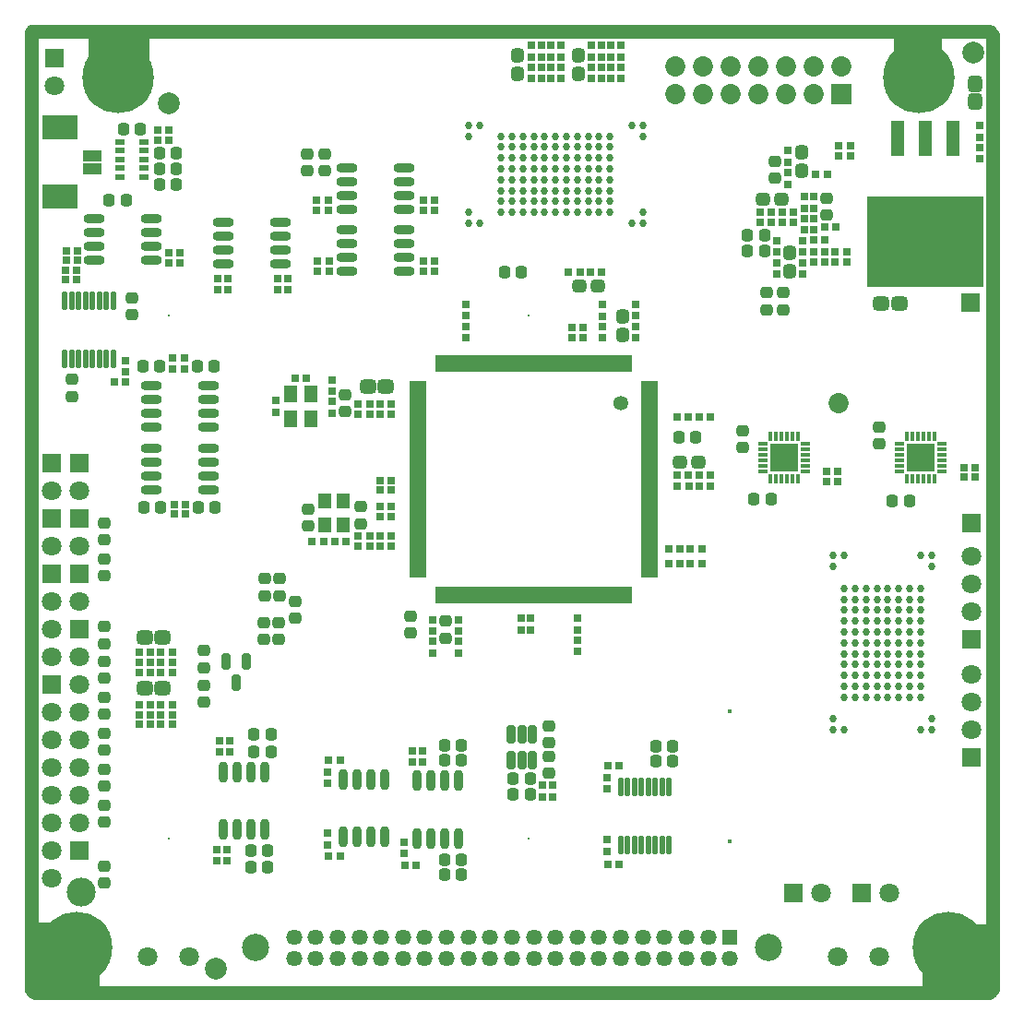
<source format=gbr>
G04*
G04 #@! TF.GenerationSoftware,Altium Limited,Altium Designer,24.9.1 (31)*
G04*
G04 Layer_Color=16711935*
%FSLAX44Y44*%
%MOMM*%
G71*
G04*
G04 #@! TF.SameCoordinates,71836318-DDD3-4581-AD3B-DFE8F42F7339*
G04*
G04*
G04 #@! TF.FilePolarity,Negative*
G04*
G01*
G75*
%ADD54C,1.3000*%
%ADD55R,5.5478X2.9001*%
%ADD57R,6.8000X6.4000*%
%ADD58R,6.5000X6.7000*%
G04:AMPARAMS|DCode=59|XSize=1.1532mm|YSize=1.0532mm|CornerRadius=0.3141mm|HoleSize=0mm|Usage=FLASHONLY|Rotation=90.000|XOffset=0mm|YOffset=0mm|HoleType=Round|Shape=RoundedRectangle|*
%AMROUNDEDRECTD59*
21,1,1.1532,0.4250,0,0,90.0*
21,1,0.5250,1.0532,0,0,90.0*
1,1,0.6282,0.2125,0.2625*
1,1,0.6282,0.2125,-0.2625*
1,1,0.6282,-0.2125,-0.2625*
1,1,0.6282,-0.2125,0.2625*
%
%ADD59ROUNDEDRECTD59*%
G04:AMPARAMS|DCode=60|XSize=1.3032mm|YSize=1.2032mm|CornerRadius=0.3516mm|HoleSize=0mm|Usage=FLASHONLY|Rotation=270.000|XOffset=0mm|YOffset=0mm|HoleType=Round|Shape=RoundedRectangle|*
%AMROUNDEDRECTD60*
21,1,1.3032,0.5000,0,0,270.0*
21,1,0.6000,1.2032,0,0,270.0*
1,1,0.7032,-0.2500,-0.3000*
1,1,0.7032,-0.2500,0.3000*
1,1,0.7032,0.2500,0.3000*
1,1,0.7032,0.2500,-0.3000*
%
%ADD60ROUNDEDRECTD60*%
G04:AMPARAMS|DCode=61|XSize=0.75mm|YSize=0.7mm|CornerRadius=0.2mm|HoleSize=0mm|Usage=FLASHONLY|Rotation=180.000|XOffset=0mm|YOffset=0mm|HoleType=Round|Shape=RoundedRectangle|*
%AMROUNDEDRECTD61*
21,1,0.7500,0.3000,0,0,180.0*
21,1,0.3500,0.7000,0,0,180.0*
1,1,0.4000,-0.1750,0.1500*
1,1,0.4000,0.1750,0.1500*
1,1,0.4000,0.1750,-0.1500*
1,1,0.4000,-0.1750,-0.1500*
%
%ADD61ROUNDEDRECTD61*%
G04:AMPARAMS|DCode=62|XSize=0.75mm|YSize=0.7mm|CornerRadius=0.2mm|HoleSize=0mm|Usage=FLASHONLY|Rotation=270.000|XOffset=0mm|YOffset=0mm|HoleType=Round|Shape=RoundedRectangle|*
%AMROUNDEDRECTD62*
21,1,0.7500,0.3000,0,0,270.0*
21,1,0.3500,0.7000,0,0,270.0*
1,1,0.4000,-0.1500,-0.1750*
1,1,0.4000,-0.1500,0.1750*
1,1,0.4000,0.1500,0.1750*
1,1,0.4000,0.1500,-0.1750*
%
%ADD62ROUNDEDRECTD62*%
%ADD63R,1.1532X1.4032*%
G04:AMPARAMS|DCode=64|XSize=1.8432mm|YSize=0.7932mm|CornerRadius=0.2491mm|HoleSize=0mm|Usage=FLASHONLY|Rotation=0.000|XOffset=0mm|YOffset=0mm|HoleType=Round|Shape=RoundedRectangle|*
%AMROUNDEDRECTD64*
21,1,1.8432,0.2950,0,0,0.0*
21,1,1.3450,0.7932,0,0,0.0*
1,1,0.4982,0.6725,-0.1475*
1,1,0.4982,-0.6725,-0.1475*
1,1,0.4982,-0.6725,0.1475*
1,1,0.4982,0.6725,0.1475*
%
%ADD64ROUNDEDRECTD64*%
G04:AMPARAMS|DCode=75|XSize=1.1532mm|YSize=1.0532mm|CornerRadius=0.3141mm|HoleSize=0mm|Usage=FLASHONLY|Rotation=180.000|XOffset=0mm|YOffset=0mm|HoleType=Round|Shape=RoundedRectangle|*
%AMROUNDEDRECTD75*
21,1,1.1532,0.4250,0,0,180.0*
21,1,0.5250,1.0532,0,0,180.0*
1,1,0.6282,-0.2625,0.2125*
1,1,0.6282,0.2625,0.2125*
1,1,0.6282,0.2625,-0.2125*
1,1,0.6282,-0.2625,-0.2125*
%
%ADD75ROUNDEDRECTD75*%
G04:AMPARAMS|DCode=90|XSize=1.3032mm|YSize=1.5032mm|CornerRadius=0.3516mm|HoleSize=0mm|Usage=FLASHONLY|Rotation=180.000|XOffset=0mm|YOffset=0mm|HoleType=Round|Shape=RoundedRectangle|*
%AMROUNDEDRECTD90*
21,1,1.3032,0.8000,0,0,180.0*
21,1,0.6000,1.5032,0,0,180.0*
1,1,0.7032,-0.3000,0.4000*
1,1,0.7032,0.3000,0.4000*
1,1,0.7032,0.3000,-0.4000*
1,1,0.7032,-0.3000,-0.4000*
%
%ADD90ROUNDEDRECTD90*%
%ADD91C,2.0000*%
%ADD92C,1.8034*%
%ADD93C,1.8032*%
%ADD94R,1.8032X1.8032*%
%ADD95C,2.6532*%
%ADD96R,1.8032X1.8032*%
%ADD97C,2.5032*%
%ADD98R,1.4612X1.4612*%
%ADD99C,1.4612*%
%ADD100C,1.3532*%
%ADD101C,1.8532*%
%ADD104R,1.8532X1.8532*%
%ADD105C,1.5240*%
%ADD106C,6.5532*%
%ADD107C,0.5000*%
%ADD140C,0.4000*%
%ADD167R,4.5138X2.7001*%
G04:AMPARAMS|DCode=168|XSize=1.7402mm|YSize=0.4956mm|CornerRadius=0.1589mm|HoleSize=0mm|Usage=FLASHONLY|Rotation=270.000|XOffset=0mm|YOffset=0mm|HoleType=Round|Shape=RoundedRectangle|*
%AMROUNDEDRECTD168*
21,1,1.7402,0.1778,0,0,270.0*
21,1,1.4224,0.4956,0,0,270.0*
1,1,0.3178,-0.0889,-0.7112*
1,1,0.3178,-0.0889,0.7112*
1,1,0.3178,0.0889,0.7112*
1,1,0.3178,0.0889,-0.7112*
%
%ADD168ROUNDEDRECTD168*%
G04:AMPARAMS|DCode=169|XSize=1.8432mm|YSize=0.7932mm|CornerRadius=0.2491mm|HoleSize=0mm|Usage=FLASHONLY|Rotation=270.000|XOffset=0mm|YOffset=0mm|HoleType=Round|Shape=RoundedRectangle|*
%AMROUNDEDRECTD169*
21,1,1.8432,0.2950,0,0,270.0*
21,1,1.3450,0.7932,0,0,270.0*
1,1,0.4982,-0.1475,-0.6725*
1,1,0.4982,-0.1475,0.6725*
1,1,0.4982,0.1475,0.6725*
1,1,0.4982,0.1475,-0.6725*
%
%ADD169ROUNDEDRECTD169*%
G04:AMPARAMS|DCode=170|XSize=1.3032mm|YSize=1.2032mm|CornerRadius=0.3516mm|HoleSize=0mm|Usage=FLASHONLY|Rotation=0.000|XOffset=0mm|YOffset=0mm|HoleType=Round|Shape=RoundedRectangle|*
%AMROUNDEDRECTD170*
21,1,1.3032,0.5000,0,0,0.0*
21,1,0.6000,1.2032,0,0,0.0*
1,1,0.7032,0.3000,-0.2500*
1,1,0.7032,-0.3000,-0.2500*
1,1,0.7032,-0.3000,0.2500*
1,1,0.7032,0.3000,0.2500*
%
%ADD170ROUNDEDRECTD170*%
%ADD171R,10.6532X8.3032*%
%ADD172R,1.2032X3.2032*%
%ADD173C,0.6932*%
G04:AMPARAMS|DCode=174|XSize=0.9mm|YSize=0.36mm|CornerRadius=0.115mm|HoleSize=0mm|Usage=FLASHONLY|Rotation=180.000|XOffset=0mm|YOffset=0mm|HoleType=Round|Shape=RoundedRectangle|*
%AMROUNDEDRECTD174*
21,1,0.9000,0.1300,0,0,180.0*
21,1,0.6700,0.3600,0,0,180.0*
1,1,0.2300,-0.3350,0.0650*
1,1,0.2300,0.3350,0.0650*
1,1,0.2300,0.3350,-0.0650*
1,1,0.2300,-0.3350,-0.0650*
%
%ADD174ROUNDEDRECTD174*%
G04:AMPARAMS|DCode=175|XSize=0.36mm|YSize=0.9mm|CornerRadius=0.115mm|HoleSize=0mm|Usage=FLASHONLY|Rotation=180.000|XOffset=0mm|YOffset=0mm|HoleType=Round|Shape=RoundedRectangle|*
%AMROUNDEDRECTD175*
21,1,0.3600,0.6700,0,0,180.0*
21,1,0.1300,0.9000,0,0,180.0*
1,1,0.2300,-0.0650,0.3350*
1,1,0.2300,0.0650,0.3350*
1,1,0.2300,0.0650,-0.3350*
1,1,0.2300,-0.0650,-0.3350*
%
%ADD175ROUNDEDRECTD175*%
%ADD176R,2.6532X2.6532*%
%ADD177R,0.9000X0.6000*%
G04:AMPARAMS|DCode=178|XSize=1.6532mm|YSize=0.7932mm|CornerRadius=0.1754mm|HoleSize=0mm|Usage=FLASHONLY|Rotation=90.000|XOffset=0mm|YOffset=0mm|HoleType=Round|Shape=RoundedRectangle|*
%AMROUNDEDRECTD178*
21,1,1.6532,0.4425,0,0,90.0*
21,1,1.3025,0.7932,0,0,90.0*
1,1,0.3507,0.2213,0.6513*
1,1,0.3507,0.2213,-0.6513*
1,1,0.3507,-0.2213,-0.6513*
1,1,0.3507,-0.2213,0.6513*
%
%ADD178ROUNDEDRECTD178*%
G04:AMPARAMS|DCode=179|XSize=0.5532mm|YSize=1.5532mm|CornerRadius=0.1891mm|HoleSize=0mm|Usage=FLASHONLY|Rotation=0.000|XOffset=0mm|YOffset=0mm|HoleType=Round|Shape=RoundedRectangle|*
%AMROUNDEDRECTD179*
21,1,0.5532,1.1750,0,0,0.0*
21,1,0.1750,1.5532,0,0,0.0*
1,1,0.3782,0.0875,-0.5875*
1,1,0.3782,-0.0875,-0.5875*
1,1,0.3782,-0.0875,0.5875*
1,1,0.3782,0.0875,0.5875*
%
%ADD179ROUNDEDRECTD179*%
G04:AMPARAMS|DCode=180|XSize=1.5532mm|YSize=0.5532mm|CornerRadius=0.1891mm|HoleSize=0mm|Usage=FLASHONLY|Rotation=0.000|XOffset=0mm|YOffset=0mm|HoleType=Round|Shape=RoundedRectangle|*
%AMROUNDEDRECTD180*
21,1,1.5532,0.1750,0,0,0.0*
21,1,1.1750,0.5532,0,0,0.0*
1,1,0.3782,0.5875,-0.0875*
1,1,0.3782,-0.5875,-0.0875*
1,1,0.3782,-0.5875,0.0875*
1,1,0.3782,0.5875,0.0875*
%
%ADD180ROUNDEDRECTD180*%
%ADD181R,1.3032X1.5032*%
G04:AMPARAMS|DCode=182|XSize=1.3032mm|YSize=1.5032mm|CornerRadius=0.3516mm|HoleSize=0mm|Usage=FLASHONLY|Rotation=270.000|XOffset=0mm|YOffset=0mm|HoleType=Round|Shape=RoundedRectangle|*
%AMROUNDEDRECTD182*
21,1,1.3032,0.8000,0,0,270.0*
21,1,0.6000,1.5032,0,0,270.0*
1,1,0.7032,-0.4000,-0.3000*
1,1,0.7032,-0.4000,0.3000*
1,1,0.7032,0.4000,0.3000*
1,1,0.7032,0.4000,-0.3000*
%
%ADD182ROUNDEDRECTD182*%
%ADD183R,3.2032X2.3032*%
%ADD184R,1.8032X1.0032*%
G04:AMPARAMS|DCode=185|XSize=1.5232mm|YSize=0.8032mm|CornerRadius=0.1766mm|HoleSize=0mm|Usage=FLASHONLY|Rotation=270.000|XOffset=0mm|YOffset=0mm|HoleType=Round|Shape=RoundedRectangle|*
%AMROUNDEDRECTD185*
21,1,1.5232,0.4500,0,0,270.0*
21,1,1.1700,0.8032,0,0,270.0*
1,1,0.3532,-0.2250,-0.5850*
1,1,0.3532,-0.2250,0.5850*
1,1,0.3532,0.2250,0.5850*
1,1,0.3532,0.2250,-0.5850*
%
%ADD185ROUNDEDRECTD185*%
%ADD186C,0.2032*%
D54*
X888000Y9000D02*
G03*
X891000Y12000I0J3000D01*
G01*
X10010Y891000D02*
G03*
X9000Y889990I0J-1010D01*
G01*
Y12000D02*
G03*
X12000Y9000I3000J0D01*
G01*
X891000Y888000D02*
G03*
X888000Y891000I-3000J0D01*
G01*
X891000Y12000D02*
Y888000D01*
X10010Y891000D02*
X888000D01*
X12000Y9000D02*
X888000D01*
X9000Y12000D02*
Y889990D01*
D55*
X89261Y876500D02*
D03*
D57*
X860700Y39000D02*
D03*
D58*
X39500Y40500D02*
D03*
D59*
X597750Y221000D02*
D03*
X582250D02*
D03*
X127000Y584000D02*
D03*
X111500D02*
D03*
X603250Y519000D02*
D03*
X618750D02*
D03*
X687750Y462000D02*
D03*
X672250D02*
D03*
X814750Y460000D02*
D03*
X799250D02*
D03*
X443250Y670000D02*
D03*
X458750D02*
D03*
X80250Y736000D02*
D03*
X95750D02*
D03*
X141750Y779000D02*
D03*
X126250D02*
D03*
X141750Y751000D02*
D03*
X126250D02*
D03*
X141750Y765000D02*
D03*
X126250D02*
D03*
X93250Y801500D02*
D03*
X108750D02*
D03*
X451250Y205000D02*
D03*
X466750D02*
D03*
X451250Y191000D02*
D03*
X466750D02*
D03*
X161000Y584000D02*
D03*
X176500D02*
D03*
X162250Y454000D02*
D03*
X177750D02*
D03*
X112250D02*
D03*
X127750D02*
D03*
X666250Y704000D02*
D03*
X681750D02*
D03*
X666250Y690000D02*
D03*
X681750D02*
D03*
X228750Y230000D02*
D03*
X213250D02*
D03*
X225750Y139000D02*
D03*
X210250D02*
D03*
X228750Y246000D02*
D03*
X213250D02*
D03*
X225750Y124000D02*
D03*
X210250D02*
D03*
X403750Y222000D02*
D03*
X388250D02*
D03*
X403750Y131000D02*
D03*
X388250D02*
D03*
X403750Y236000D02*
D03*
X388250D02*
D03*
X403750Y117000D02*
D03*
X388250D02*
D03*
X597750Y235000D02*
D03*
X582250D02*
D03*
D60*
X551796Y629814D02*
D03*
Y612814D02*
D03*
X704990Y670994D02*
D03*
Y687995D02*
D03*
X715480Y763494D02*
D03*
Y780495D02*
D03*
X511000Y852500D02*
D03*
Y869500D02*
D03*
X455000D02*
D03*
Y852500D02*
D03*
D61*
X760500Y777000D02*
D03*
X750000D02*
D03*
X760500Y786000D02*
D03*
X750000D02*
D03*
X107750Y273000D02*
D03*
X118250D02*
D03*
Y264000D02*
D03*
X107750D02*
D03*
Y255000D02*
D03*
X118250D02*
D03*
X118250Y321000D02*
D03*
X107750D02*
D03*
Y312000D02*
D03*
X118250D02*
D03*
Y303000D02*
D03*
X107750D02*
D03*
X127750Y273000D02*
D03*
X138250D02*
D03*
Y264000D02*
D03*
X127750D02*
D03*
Y255000D02*
D03*
X138250D02*
D03*
X138250Y321000D02*
D03*
X127750D02*
D03*
Y312000D02*
D03*
X138250D02*
D03*
Y303000D02*
D03*
X127750D02*
D03*
X251000Y573000D02*
D03*
X261500D02*
D03*
X277000Y423000D02*
D03*
X266500D02*
D03*
X287500D02*
D03*
X298000D02*
D03*
X621796Y474000D02*
D03*
X632296D02*
D03*
X339250Y470000D02*
D03*
X328750D02*
D03*
Y446000D02*
D03*
X339250D02*
D03*
X308750Y419000D02*
D03*
X319250D02*
D03*
X624296Y403000D02*
D03*
X613796D02*
D03*
X621546Y537000D02*
D03*
X632046D02*
D03*
X515250Y619000D02*
D03*
X504750D02*
D03*
X308750Y549000D02*
D03*
X319250D02*
D03*
Y540000D02*
D03*
X308750D02*
D03*
X612296Y474000D02*
D03*
X601796D02*
D03*
X339250Y479000D02*
D03*
X328750D02*
D03*
Y455000D02*
D03*
X339250D02*
D03*
Y419000D02*
D03*
X328750D02*
D03*
X593796Y403000D02*
D03*
X604296D02*
D03*
X612046Y537000D02*
D03*
X601546D02*
D03*
X515250Y610000D02*
D03*
X504750D02*
D03*
X339250Y549000D02*
D03*
X328750D02*
D03*
Y540000D02*
D03*
X339250D02*
D03*
X308750Y428000D02*
D03*
X319250D02*
D03*
X621546Y484000D02*
D03*
X632046D02*
D03*
X624250Y416000D02*
D03*
X613750D02*
D03*
X328750Y428000D02*
D03*
X339250D02*
D03*
X601546Y484000D02*
D03*
X612046D02*
D03*
X604250Y416000D02*
D03*
X593750D02*
D03*
X379250Y736000D02*
D03*
X368750D02*
D03*
X281250Y736000D02*
D03*
X270750D02*
D03*
X368750Y727000D02*
D03*
X379250D02*
D03*
X270750Y727000D02*
D03*
X281250D02*
D03*
X271750Y680000D02*
D03*
X282250D02*
D03*
X368750D02*
D03*
X379250D02*
D03*
X282250Y671000D02*
D03*
X271750D02*
D03*
X379250Y671000D02*
D03*
X368750D02*
D03*
X40750Y690000D02*
D03*
X51250D02*
D03*
X40750Y681000D02*
D03*
X51250D02*
D03*
X134750Y688000D02*
D03*
X145250D02*
D03*
X134750Y679000D02*
D03*
X145250D02*
D03*
X95250Y569000D02*
D03*
X84750D02*
D03*
X40000Y672000D02*
D03*
X50500D02*
D03*
X40000Y663000D02*
D03*
X50500D02*
D03*
X281750Y222000D02*
D03*
X292250D02*
D03*
X281750Y134000D02*
D03*
X292250D02*
D03*
X548250Y127000D02*
D03*
X537750D02*
D03*
Y217000D02*
D03*
X548250D02*
D03*
X351750Y126000D02*
D03*
X362250D02*
D03*
X736990Y688494D02*
D03*
X726490D02*
D03*
Y679494D02*
D03*
X736990D02*
D03*
X726740Y699494D02*
D03*
X737240D02*
D03*
X697750Y716000D02*
D03*
X708250D02*
D03*
Y725000D02*
D03*
X697750D02*
D03*
X756990Y688494D02*
D03*
X746490D02*
D03*
Y679494D02*
D03*
X756990D02*
D03*
X736750Y712000D02*
D03*
X747250D02*
D03*
X677750Y716000D02*
D03*
X688250D02*
D03*
Y725000D02*
D03*
X677750D02*
D03*
X739250Y760000D02*
D03*
X728750D02*
D03*
X149250Y591000D02*
D03*
X138750D02*
D03*
Y581000D02*
D03*
X149250D02*
D03*
X139750Y457000D02*
D03*
X150250D02*
D03*
X139750Y448000D02*
D03*
X150250D02*
D03*
X135250Y800500D02*
D03*
X124750D02*
D03*
X135250Y791000D02*
D03*
X124750D02*
D03*
X501750Y669797D02*
D03*
X512250D02*
D03*
X532250D02*
D03*
X521750D02*
D03*
X875250Y482000D02*
D03*
X864750D02*
D03*
X875250Y491000D02*
D03*
X864750D02*
D03*
X749250Y478000D02*
D03*
X738750D02*
D03*
X749250Y487000D02*
D03*
X738750D02*
D03*
D62*
X285000Y560750D02*
D03*
Y571250D02*
D03*
Y551250D02*
D03*
Y540750D02*
D03*
X233000Y541750D02*
D03*
Y552250D02*
D03*
X377000Y331250D02*
D03*
Y320750D02*
D03*
X467000Y352250D02*
D03*
Y341750D02*
D03*
X510000Y332250D02*
D03*
Y321750D02*
D03*
X407796Y640564D02*
D03*
Y630064D02*
D03*
X376796Y340750D02*
D03*
Y351250D02*
D03*
X458796Y352250D02*
D03*
Y341750D02*
D03*
X510000Y341750D02*
D03*
Y352250D02*
D03*
X407796Y610064D02*
D03*
Y620564D02*
D03*
X563796Y630064D02*
D03*
Y640564D02*
D03*
X532796Y640250D02*
D03*
Y629750D02*
D03*
X400796Y331250D02*
D03*
Y320750D02*
D03*
X563796Y610064D02*
D03*
Y620564D02*
D03*
X532796Y620250D02*
D03*
Y609750D02*
D03*
X400796Y351000D02*
D03*
Y340500D02*
D03*
X244000Y653750D02*
D03*
Y664250D02*
D03*
X189000Y664250D02*
D03*
Y653750D02*
D03*
X235000Y664250D02*
D03*
Y653750D02*
D03*
X180000Y653750D02*
D03*
Y664250D02*
D03*
X95000Y578750D02*
D03*
Y589250D02*
D03*
X281000Y200750D02*
D03*
Y211250D02*
D03*
Y155250D02*
D03*
Y144750D02*
D03*
X537000Y149250D02*
D03*
Y138750D02*
D03*
Y206250D02*
D03*
Y195750D02*
D03*
X368000Y220500D02*
D03*
Y231000D02*
D03*
X351000Y147250D02*
D03*
Y136750D02*
D03*
X359000Y231000D02*
D03*
Y220500D02*
D03*
X179000Y129750D02*
D03*
Y140250D02*
D03*
X191000Y229750D02*
D03*
Y240250D02*
D03*
X188000Y140250D02*
D03*
Y129750D02*
D03*
X182000Y240250D02*
D03*
Y229750D02*
D03*
X692990Y688494D02*
D03*
Y698995D02*
D03*
X716990Y688494D02*
D03*
Y698995D02*
D03*
X717990Y708995D02*
D03*
Y719494D02*
D03*
X692990Y668494D02*
D03*
Y678995D02*
D03*
X716990Y668494D02*
D03*
Y678995D02*
D03*
X717990Y728995D02*
D03*
Y739494D02*
D03*
X726990Y719494D02*
D03*
Y708995D02*
D03*
Y728995D02*
D03*
Y739494D02*
D03*
X703480Y781495D02*
D03*
Y770994D02*
D03*
Y750994D02*
D03*
Y761495D02*
D03*
X478000Y188750D02*
D03*
Y199250D02*
D03*
X487000Y188750D02*
D03*
Y199250D02*
D03*
X549796Y878250D02*
D03*
Y867750D02*
D03*
X540796D02*
D03*
Y878250D02*
D03*
X531796D02*
D03*
Y867750D02*
D03*
X522796D02*
D03*
Y878250D02*
D03*
X494796D02*
D03*
Y867750D02*
D03*
X485796D02*
D03*
Y878250D02*
D03*
X476796D02*
D03*
Y867750D02*
D03*
X467796D02*
D03*
Y878250D02*
D03*
X549796Y858250D02*
D03*
Y847750D02*
D03*
X540796D02*
D03*
Y858250D02*
D03*
X531796D02*
D03*
Y847750D02*
D03*
X522796D02*
D03*
Y858250D02*
D03*
X494796D02*
D03*
Y847750D02*
D03*
X485796D02*
D03*
Y858250D02*
D03*
X476796D02*
D03*
Y847750D02*
D03*
X467796D02*
D03*
Y858250D02*
D03*
X879000Y774000D02*
D03*
Y784500D02*
D03*
Y804500D02*
D03*
Y794000D02*
D03*
D63*
X278000Y438000D02*
D03*
Y460000D02*
D03*
X295500D02*
D03*
Y438000D02*
D03*
D64*
X171350Y566050D02*
D03*
Y553350D02*
D03*
Y540650D02*
D03*
Y527950D02*
D03*
X118650D02*
D03*
Y540650D02*
D03*
Y553350D02*
D03*
Y566050D02*
D03*
X118650Y469950D02*
D03*
Y482650D02*
D03*
Y495350D02*
D03*
Y508050D02*
D03*
X171350D02*
D03*
Y495350D02*
D03*
Y482650D02*
D03*
Y469950D02*
D03*
X66650Y680950D02*
D03*
Y693650D02*
D03*
Y706350D02*
D03*
Y719050D02*
D03*
X119350D02*
D03*
Y706350D02*
D03*
Y693650D02*
D03*
Y680950D02*
D03*
X298650Y727950D02*
D03*
Y740650D02*
D03*
Y753350D02*
D03*
Y766050D02*
D03*
X351350D02*
D03*
Y753350D02*
D03*
Y740650D02*
D03*
Y727950D02*
D03*
X184650Y677950D02*
D03*
Y690650D02*
D03*
Y703350D02*
D03*
Y716050D02*
D03*
X237350D02*
D03*
Y703350D02*
D03*
Y690650D02*
D03*
Y677950D02*
D03*
X298650Y670950D02*
D03*
Y683650D02*
D03*
Y696350D02*
D03*
Y709050D02*
D03*
X351350D02*
D03*
Y696350D02*
D03*
Y683650D02*
D03*
Y670950D02*
D03*
D75*
X251000Y352250D02*
D03*
Y367750D02*
D03*
X223000Y373250D02*
D03*
Y388750D02*
D03*
X237000Y373250D02*
D03*
Y388750D02*
D03*
X76000Y344750D02*
D03*
Y329250D02*
D03*
X311000Y454750D02*
D03*
Y439250D02*
D03*
X262750Y437250D02*
D03*
Y452750D02*
D03*
X76000Y109250D02*
D03*
Y124750D02*
D03*
X76000Y406750D02*
D03*
Y391250D02*
D03*
X167000Y290750D02*
D03*
Y275250D02*
D03*
X76000Y180750D02*
D03*
Y165250D02*
D03*
Y213750D02*
D03*
Y198250D02*
D03*
X236000Y348750D02*
D03*
Y333250D02*
D03*
X76000Y312750D02*
D03*
Y297250D02*
D03*
X167000Y322750D02*
D03*
Y307250D02*
D03*
X76000Y231250D02*
D03*
Y246750D02*
D03*
Y264250D02*
D03*
Y279750D02*
D03*
X297000Y557750D02*
D03*
Y542250D02*
D03*
X662000Y524750D02*
D03*
Y509250D02*
D03*
X787000Y527750D02*
D03*
Y512250D02*
D03*
X222000Y333250D02*
D03*
Y348750D02*
D03*
X484000Y210250D02*
D03*
Y225750D02*
D03*
Y238250D02*
D03*
Y253750D02*
D03*
X738990Y722745D02*
D03*
Y738244D02*
D03*
X691000Y771750D02*
D03*
Y756250D02*
D03*
X698990Y651245D02*
D03*
Y635745D02*
D03*
X683990Y651245D02*
D03*
Y635745D02*
D03*
X76000Y424250D02*
D03*
Y439750D02*
D03*
X101000Y631250D02*
D03*
Y646750D02*
D03*
X46000Y571750D02*
D03*
Y556250D02*
D03*
X278000Y778750D02*
D03*
Y763250D02*
D03*
X262000Y778750D02*
D03*
Y763250D02*
D03*
X357000Y354750D02*
D03*
Y339250D02*
D03*
X388796Y349750D02*
D03*
Y334250D02*
D03*
D90*
X875000Y826750D02*
D03*
Y843250D02*
D03*
D91*
X178000Y31000D02*
D03*
X135000Y825000D02*
D03*
X873000Y872000D02*
D03*
D92*
X748950Y42000D02*
D03*
X787050D02*
D03*
X115950D02*
D03*
X154050D02*
D03*
D93*
X733400Y100000D02*
D03*
X796000D02*
D03*
X27400Y469900D02*
D03*
Y419100D02*
D03*
X52800Y368300D02*
D03*
Y317500D02*
D03*
Y469900D02*
D03*
Y419100D02*
D03*
X30000Y841000D02*
D03*
X27400Y317500D02*
D03*
Y342900D02*
D03*
Y368300D02*
D03*
X872000Y300800D02*
D03*
Y275400D02*
D03*
Y250000D02*
D03*
Y409800D02*
D03*
Y384400D02*
D03*
Y359000D02*
D03*
X52800Y215900D02*
D03*
Y190500D02*
D03*
Y165100D02*
D03*
Y241300D02*
D03*
Y266700D02*
D03*
Y292100D02*
D03*
X27400Y139700D02*
D03*
Y165100D02*
D03*
Y190500D02*
D03*
Y266700D02*
D03*
Y241300D02*
D03*
Y215900D02*
D03*
Y114300D02*
D03*
D94*
X708000Y100000D02*
D03*
X770600D02*
D03*
X871000Y642000D02*
D03*
D95*
X55000Y101000D02*
D03*
D96*
X27400Y495300D02*
D03*
Y444500D02*
D03*
X52800Y393700D02*
D03*
Y342900D02*
D03*
Y495300D02*
D03*
Y444500D02*
D03*
X30000Y866400D02*
D03*
X27400Y393700D02*
D03*
X872000Y440000D02*
D03*
Y224600D02*
D03*
Y333600D02*
D03*
X52800Y139700D02*
D03*
X27400Y292100D02*
D03*
D97*
X685000Y50000D02*
D03*
X215000D02*
D03*
D98*
X650000Y60000D02*
D03*
D99*
Y40000D02*
D03*
X630000Y60000D02*
D03*
Y40000D02*
D03*
X610000Y60000D02*
D03*
Y40000D02*
D03*
X590000Y60000D02*
D03*
Y40000D02*
D03*
X570000Y60000D02*
D03*
Y40000D02*
D03*
X550000Y60000D02*
D03*
Y40000D02*
D03*
X530000Y60000D02*
D03*
Y40000D02*
D03*
X510000Y60000D02*
D03*
Y40000D02*
D03*
X490000Y60000D02*
D03*
Y40000D02*
D03*
X470000Y60000D02*
D03*
Y40000D02*
D03*
X450000Y60000D02*
D03*
Y40000D02*
D03*
X430000Y60000D02*
D03*
Y40000D02*
D03*
X410000Y60000D02*
D03*
Y40000D02*
D03*
X390000Y60000D02*
D03*
Y40000D02*
D03*
X370000Y60000D02*
D03*
Y40000D02*
D03*
X350000Y60000D02*
D03*
Y40000D02*
D03*
X330000Y60000D02*
D03*
Y40000D02*
D03*
X310000Y60000D02*
D03*
Y40000D02*
D03*
X290000Y60000D02*
D03*
Y40000D02*
D03*
X270000Y60000D02*
D03*
Y40000D02*
D03*
X250000Y60000D02*
D03*
Y40000D02*
D03*
D100*
X550000Y550000D02*
D03*
D101*
X750000D02*
D03*
X752200Y858700D02*
D03*
X726800Y833300D02*
D03*
Y858700D02*
D03*
X701400Y833300D02*
D03*
Y858700D02*
D03*
X676000Y833300D02*
D03*
Y858700D02*
D03*
X650600Y833300D02*
D03*
Y858700D02*
D03*
X625200Y833300D02*
D03*
Y858700D02*
D03*
X599800Y833300D02*
D03*
Y858700D02*
D03*
D104*
X752200Y833300D02*
D03*
D105*
X839965Y833036D02*
D03*
X807635D02*
D03*
Y865365D02*
D03*
X839965D02*
D03*
X846660Y849200D02*
D03*
X823800Y826340D02*
D03*
X800940Y849200D02*
D03*
X823800Y872060D02*
D03*
X105064Y833036D02*
D03*
X72736D02*
D03*
Y865365D02*
D03*
X105064D02*
D03*
X111760Y849200D02*
D03*
X88900Y826340D02*
D03*
X66040Y849200D02*
D03*
X88900Y872060D02*
D03*
X867065Y34636D02*
D03*
X834735D02*
D03*
Y66965D02*
D03*
X867065D02*
D03*
X873760Y50800D02*
D03*
X850900Y27940D02*
D03*
X828040Y50800D02*
D03*
X850900Y73660D02*
D03*
X66965Y34636D02*
D03*
X34636D02*
D03*
Y66965D02*
D03*
X66965D02*
D03*
X73660Y50800D02*
D03*
X50800Y27940D02*
D03*
X27940Y50800D02*
D03*
X50800Y73660D02*
D03*
D106*
X823800Y849200D02*
D03*
X88900D02*
D03*
X850900Y50800D02*
D03*
X50800D02*
D03*
D107*
X888022Y891004D02*
D03*
X877002Y891001D02*
D03*
X865982D02*
D03*
X854962D02*
D03*
X843942D02*
D03*
X832922D02*
D03*
X821902D02*
D03*
X810882D02*
D03*
X799862D02*
D03*
X788842D02*
D03*
X777822D02*
D03*
X766802D02*
D03*
X755782D02*
D03*
X744762D02*
D03*
X733742D02*
D03*
X722722D02*
D03*
X711702D02*
D03*
X700682D02*
D03*
X689662D02*
D03*
X678642D02*
D03*
X667622D02*
D03*
X656602D02*
D03*
X645582D02*
D03*
X634562D02*
D03*
X623542D02*
D03*
X612522D02*
D03*
X601502D02*
D03*
X590482D02*
D03*
X579462D02*
D03*
X568442D02*
D03*
X557422D02*
D03*
X546402D02*
D03*
X535382D02*
D03*
X524362D02*
D03*
X513342D02*
D03*
X502322D02*
D03*
X491302D02*
D03*
X480282D02*
D03*
X469262D02*
D03*
X458242D02*
D03*
X447222D02*
D03*
X436202D02*
D03*
X425182D02*
D03*
X414162D02*
D03*
X403142D02*
D03*
X392122D02*
D03*
X381102D02*
D03*
X370082D02*
D03*
X359062D02*
D03*
X348042D02*
D03*
X337022D02*
D03*
X326002D02*
D03*
X314982D02*
D03*
X303962D02*
D03*
X292942D02*
D03*
X281922D02*
D03*
X270902D02*
D03*
X259882D02*
D03*
X248862D02*
D03*
X237842D02*
D03*
X226822D02*
D03*
X215802D02*
D03*
X127642D02*
D03*
X116622D02*
D03*
X105602D02*
D03*
X94582D02*
D03*
X83562D02*
D03*
X72542D02*
D03*
X61522D02*
D03*
X50502D02*
D03*
X39482D02*
D03*
X28462D02*
D03*
X17442D02*
D03*
X8999Y883919D02*
D03*
Y872899D02*
D03*
Y861879D02*
D03*
Y850859D02*
D03*
Y839839D02*
D03*
Y828819D02*
D03*
Y817799D02*
D03*
Y806779D02*
D03*
Y795759D02*
D03*
Y784739D02*
D03*
Y773719D02*
D03*
Y762699D02*
D03*
Y751679D02*
D03*
Y740659D02*
D03*
Y729639D02*
D03*
Y718619D02*
D03*
Y707599D02*
D03*
Y696579D02*
D03*
Y685559D02*
D03*
Y674539D02*
D03*
Y663519D02*
D03*
Y652499D02*
D03*
Y641479D02*
D03*
Y630459D02*
D03*
Y619439D02*
D03*
Y608419D02*
D03*
Y597399D02*
D03*
Y586379D02*
D03*
Y575359D02*
D03*
Y564339D02*
D03*
Y553319D02*
D03*
Y542299D02*
D03*
Y531279D02*
D03*
Y520259D02*
D03*
Y509239D02*
D03*
Y498219D02*
D03*
Y487199D02*
D03*
Y476179D02*
D03*
Y465159D02*
D03*
Y454139D02*
D03*
Y443119D02*
D03*
Y432099D02*
D03*
Y421079D02*
D03*
Y410059D02*
D03*
Y399039D02*
D03*
Y388019D02*
D03*
Y376999D02*
D03*
Y365979D02*
D03*
Y354959D02*
D03*
Y343939D02*
D03*
Y332919D02*
D03*
Y321899D02*
D03*
Y310879D02*
D03*
Y299859D02*
D03*
Y288839D02*
D03*
Y277819D02*
D03*
Y266800D02*
D03*
Y255779D02*
D03*
Y244760D02*
D03*
Y233739D02*
D03*
Y222719D02*
D03*
Y211700D02*
D03*
Y200679D02*
D03*
Y189660D02*
D03*
Y178640D02*
D03*
Y167619D02*
D03*
Y156600D02*
D03*
Y145580D02*
D03*
Y134559D02*
D03*
Y123540D02*
D03*
Y112520D02*
D03*
Y101500D02*
D03*
Y90480D02*
D03*
Y79460D02*
D03*
Y68440D02*
D03*
Y57420D02*
D03*
Y46400D02*
D03*
Y35380D02*
D03*
Y24360D02*
D03*
Y13340D02*
D03*
X19128Y8999D02*
D03*
X30148D02*
D03*
X41168D02*
D03*
X52188D02*
D03*
X63208D02*
D03*
X74228D02*
D03*
X85248D02*
D03*
X96268D02*
D03*
X107288D02*
D03*
X118308D02*
D03*
X129328D02*
D03*
X140348D02*
D03*
X151368D02*
D03*
X162388D02*
D03*
X173408D02*
D03*
X184428D02*
D03*
X195448D02*
D03*
X206468D02*
D03*
X217488D02*
D03*
X228508D02*
D03*
X239528D02*
D03*
X250548D02*
D03*
X261568D02*
D03*
X272588D02*
D03*
X283608D02*
D03*
X294628D02*
D03*
X305648D02*
D03*
X316668D02*
D03*
X327688D02*
D03*
X338708D02*
D03*
X349728D02*
D03*
X360748D02*
D03*
X371768D02*
D03*
X382788D02*
D03*
X393808D02*
D03*
X404828D02*
D03*
X415848D02*
D03*
X426868D02*
D03*
X437888D02*
D03*
X448908D02*
D03*
X459928D02*
D03*
X470948D02*
D03*
X481968D02*
D03*
X492988D02*
D03*
X504008D02*
D03*
X515028D02*
D03*
X526048D02*
D03*
X537068D02*
D03*
X548088D02*
D03*
X559108D02*
D03*
X570128D02*
D03*
X581148D02*
D03*
X592168D02*
D03*
X603188D02*
D03*
X614208D02*
D03*
X625228D02*
D03*
X636248D02*
D03*
X647268D02*
D03*
X658288D02*
D03*
X669308D02*
D03*
X680328D02*
D03*
X691348D02*
D03*
X702368D02*
D03*
X713388D02*
D03*
X724408D02*
D03*
X735428D02*
D03*
X746448D02*
D03*
X757468D02*
D03*
X768488D02*
D03*
X779508D02*
D03*
X790528D02*
D03*
X801548D02*
D03*
X812568D02*
D03*
X823588D02*
D03*
X834608D02*
D03*
X845628D02*
D03*
X856648D02*
D03*
X867668D02*
D03*
X878688D02*
D03*
X889695Y9522D02*
D03*
X891001Y20464D02*
D03*
Y31484D02*
D03*
Y42504D02*
D03*
Y53524D02*
D03*
Y64544D02*
D03*
Y75564D02*
D03*
Y86584D02*
D03*
Y97604D02*
D03*
Y108624D02*
D03*
Y119644D02*
D03*
Y130664D02*
D03*
Y141684D02*
D03*
Y152704D02*
D03*
Y163724D02*
D03*
Y174744D02*
D03*
Y185764D02*
D03*
Y196784D02*
D03*
Y207804D02*
D03*
Y218824D02*
D03*
Y229844D02*
D03*
Y240864D02*
D03*
Y251884D02*
D03*
Y262904D02*
D03*
Y273924D02*
D03*
Y284944D02*
D03*
Y295964D02*
D03*
Y306984D02*
D03*
Y318004D02*
D03*
Y329024D02*
D03*
Y340044D02*
D03*
Y351064D02*
D03*
Y362084D02*
D03*
Y373104D02*
D03*
Y384124D02*
D03*
Y395144D02*
D03*
Y406164D02*
D03*
Y417184D02*
D03*
Y428204D02*
D03*
Y439224D02*
D03*
Y450244D02*
D03*
Y461264D02*
D03*
Y472284D02*
D03*
Y483304D02*
D03*
Y494324D02*
D03*
Y505344D02*
D03*
Y516364D02*
D03*
Y527384D02*
D03*
Y538404D02*
D03*
Y549424D02*
D03*
Y560444D02*
D03*
Y571464D02*
D03*
Y582484D02*
D03*
Y593504D02*
D03*
Y604524D02*
D03*
Y615544D02*
D03*
Y626564D02*
D03*
Y637584D02*
D03*
Y648604D02*
D03*
Y659624D02*
D03*
Y670644D02*
D03*
Y681664D02*
D03*
Y692684D02*
D03*
Y703704D02*
D03*
Y714724D02*
D03*
Y725743D02*
D03*
Y736764D02*
D03*
Y824923D02*
D03*
Y835944D02*
D03*
Y846964D02*
D03*
Y857983D02*
D03*
Y869003D02*
D03*
Y880023D02*
D03*
D140*
X650000Y267500D02*
D03*
Y147500D02*
D03*
D167*
X822431Y877500D02*
D03*
D168*
X549775Y144457D02*
D03*
X556125D02*
D03*
X562475D02*
D03*
X568825D02*
D03*
X575175D02*
D03*
X581525D02*
D03*
X587875D02*
D03*
X594225D02*
D03*
Y197543D02*
D03*
X587875D02*
D03*
X581525D02*
D03*
X575175D02*
D03*
X568825D02*
D03*
X562475D02*
D03*
X556125D02*
D03*
X549775D02*
D03*
X84225Y590457D02*
D03*
X77875D02*
D03*
X71525D02*
D03*
X65175D02*
D03*
X58825D02*
D03*
X52475D02*
D03*
X46125D02*
D03*
X39775D02*
D03*
Y643543D02*
D03*
X46125D02*
D03*
X52475D02*
D03*
X58825D02*
D03*
X65175D02*
D03*
X71525D02*
D03*
X77875D02*
D03*
X84225D02*
D03*
D169*
X294950Y151650D02*
D03*
X307650D02*
D03*
X320350D02*
D03*
X333050D02*
D03*
Y204350D02*
D03*
X320350D02*
D03*
X307650D02*
D03*
X294950D02*
D03*
X184950Y211350D02*
D03*
X197650D02*
D03*
X210350D02*
D03*
X223050D02*
D03*
Y158650D02*
D03*
X210350D02*
D03*
X197650D02*
D03*
X184950D02*
D03*
X362950Y203350D02*
D03*
X375650D02*
D03*
X388350D02*
D03*
X401050D02*
D03*
Y150650D02*
D03*
X388350D02*
D03*
X375650D02*
D03*
X362950D02*
D03*
D170*
X604296Y496000D02*
D03*
X621296D02*
D03*
X697500Y737000D02*
D03*
X680500D02*
D03*
X528500Y657796D02*
D03*
X511500D02*
D03*
D171*
X829000Y698500D02*
D03*
D172*
X854400Y793000D02*
D03*
X829000D02*
D03*
X803600D02*
D03*
D173*
X745000Y250000D02*
D03*
X755000D02*
D03*
X825000D02*
D03*
X835000D02*
D03*
X745000Y260000D02*
D03*
X835000D02*
D03*
X755000Y280000D02*
D03*
X765000D02*
D03*
X775000D02*
D03*
X785000D02*
D03*
X795000D02*
D03*
X805000D02*
D03*
X815000D02*
D03*
X825000D02*
D03*
X755000Y290000D02*
D03*
X765000D02*
D03*
X775000D02*
D03*
X785000D02*
D03*
X795000D02*
D03*
X805000D02*
D03*
X815000D02*
D03*
X825000D02*
D03*
X755000Y300000D02*
D03*
X765000D02*
D03*
X775000D02*
D03*
X785000D02*
D03*
X795000D02*
D03*
X805000D02*
D03*
X815000D02*
D03*
X825000D02*
D03*
X755000Y310000D02*
D03*
X765000D02*
D03*
X775000D02*
D03*
X785000D02*
D03*
X795000D02*
D03*
X805000D02*
D03*
X815000D02*
D03*
X825000D02*
D03*
X755000Y320000D02*
D03*
X765000D02*
D03*
X775000D02*
D03*
X785000D02*
D03*
X795000D02*
D03*
X805000D02*
D03*
X815000D02*
D03*
X825000D02*
D03*
X755000Y330000D02*
D03*
X765000D02*
D03*
X775000D02*
D03*
X785000D02*
D03*
X795000D02*
D03*
X805000D02*
D03*
X815000D02*
D03*
X825000D02*
D03*
X755000Y340000D02*
D03*
X765000D02*
D03*
X775000D02*
D03*
X785000D02*
D03*
X795000D02*
D03*
X805000D02*
D03*
X815000D02*
D03*
X825000D02*
D03*
X755000Y350000D02*
D03*
X765000D02*
D03*
X775000D02*
D03*
X785000D02*
D03*
X795000D02*
D03*
X805000D02*
D03*
X815000D02*
D03*
X825000D02*
D03*
X755000Y360000D02*
D03*
X765000D02*
D03*
X775000D02*
D03*
X785000D02*
D03*
X795000D02*
D03*
X805000D02*
D03*
X815000D02*
D03*
X825000D02*
D03*
X755000Y370000D02*
D03*
X765000D02*
D03*
X775000D02*
D03*
X785000D02*
D03*
X795000D02*
D03*
X805000D02*
D03*
X815000D02*
D03*
X825000D02*
D03*
X755000Y380000D02*
D03*
X765000D02*
D03*
X775000D02*
D03*
X785000D02*
D03*
X795000D02*
D03*
X805000D02*
D03*
X815000D02*
D03*
X825000D02*
D03*
X745000Y400000D02*
D03*
X835000D02*
D03*
X745000Y410000D02*
D03*
X755000D02*
D03*
X825000D02*
D03*
X835000D02*
D03*
X570000Y715000D02*
D03*
Y725000D02*
D03*
Y795000D02*
D03*
Y805000D02*
D03*
X560000Y715000D02*
D03*
Y805000D02*
D03*
X540000Y725000D02*
D03*
Y735000D02*
D03*
Y745000D02*
D03*
Y755000D02*
D03*
Y765000D02*
D03*
Y775000D02*
D03*
Y785000D02*
D03*
Y795000D02*
D03*
X530000Y725000D02*
D03*
Y735000D02*
D03*
Y745000D02*
D03*
Y755000D02*
D03*
Y765000D02*
D03*
Y775000D02*
D03*
Y785000D02*
D03*
Y795000D02*
D03*
X520000Y725000D02*
D03*
Y735000D02*
D03*
Y745000D02*
D03*
Y755000D02*
D03*
Y765000D02*
D03*
Y775000D02*
D03*
Y785000D02*
D03*
Y795000D02*
D03*
X510000Y725000D02*
D03*
Y735000D02*
D03*
Y745000D02*
D03*
Y755000D02*
D03*
Y765000D02*
D03*
Y775000D02*
D03*
Y785000D02*
D03*
Y795000D02*
D03*
X500000Y725000D02*
D03*
Y735000D02*
D03*
Y745000D02*
D03*
Y755000D02*
D03*
Y765000D02*
D03*
Y775000D02*
D03*
Y785000D02*
D03*
Y795000D02*
D03*
X490000Y725000D02*
D03*
Y735000D02*
D03*
Y745000D02*
D03*
Y755000D02*
D03*
Y765000D02*
D03*
Y775000D02*
D03*
Y785000D02*
D03*
Y795000D02*
D03*
X480000Y725000D02*
D03*
Y735000D02*
D03*
Y745000D02*
D03*
Y755000D02*
D03*
Y765000D02*
D03*
Y775000D02*
D03*
Y785000D02*
D03*
Y795000D02*
D03*
X470000Y725000D02*
D03*
Y735000D02*
D03*
Y745000D02*
D03*
Y755000D02*
D03*
Y765000D02*
D03*
Y775000D02*
D03*
Y785000D02*
D03*
Y795000D02*
D03*
X460000Y725000D02*
D03*
Y735000D02*
D03*
Y745000D02*
D03*
Y755000D02*
D03*
Y765000D02*
D03*
Y775000D02*
D03*
Y785000D02*
D03*
Y795000D02*
D03*
X450000Y725000D02*
D03*
Y735000D02*
D03*
Y745000D02*
D03*
Y755000D02*
D03*
Y765000D02*
D03*
Y775000D02*
D03*
Y785000D02*
D03*
Y795000D02*
D03*
X440000Y725000D02*
D03*
Y735000D02*
D03*
Y745000D02*
D03*
Y755000D02*
D03*
Y765000D02*
D03*
Y775000D02*
D03*
Y785000D02*
D03*
Y795000D02*
D03*
X420000Y715000D02*
D03*
Y805000D02*
D03*
X410000Y715000D02*
D03*
Y725000D02*
D03*
Y795000D02*
D03*
Y805000D02*
D03*
D174*
X719512Y512500D02*
D03*
Y507500D02*
D03*
Y502500D02*
D03*
Y497500D02*
D03*
Y492500D02*
D03*
Y487500D02*
D03*
X680488D02*
D03*
Y492500D02*
D03*
Y497500D02*
D03*
Y502500D02*
D03*
Y507500D02*
D03*
Y512500D02*
D03*
X844512D02*
D03*
Y507500D02*
D03*
Y502500D02*
D03*
Y497500D02*
D03*
Y492500D02*
D03*
Y487500D02*
D03*
X805488D02*
D03*
Y492500D02*
D03*
Y497500D02*
D03*
Y502500D02*
D03*
Y507500D02*
D03*
Y512500D02*
D03*
D175*
X712500Y480488D02*
D03*
Y519512D02*
D03*
X707500Y480488D02*
D03*
Y519512D02*
D03*
X702500Y480488D02*
D03*
Y519512D02*
D03*
X697500Y480488D02*
D03*
Y519512D02*
D03*
X687500Y480488D02*
D03*
Y519512D02*
D03*
X692500Y480488D02*
D03*
Y519512D02*
D03*
X837500Y480488D02*
D03*
Y519512D02*
D03*
X832500Y480488D02*
D03*
Y519512D02*
D03*
X827500Y480488D02*
D03*
Y519512D02*
D03*
X822500Y480488D02*
D03*
Y519512D02*
D03*
X812500Y480488D02*
D03*
Y519512D02*
D03*
X817500Y480488D02*
D03*
Y519512D02*
D03*
D176*
X700000Y500000D02*
D03*
X825000D02*
D03*
D177*
X90000Y789500D02*
D03*
Y781500D02*
D03*
Y773500D02*
D03*
Y765500D02*
D03*
Y757500D02*
D03*
X112000D02*
D03*
Y765500D02*
D03*
Y773500D02*
D03*
Y781500D02*
D03*
Y789500D02*
D03*
D178*
X468500Y222450D02*
D03*
X459000D02*
D03*
X449500D02*
D03*
Y245550D02*
D03*
X459000D02*
D03*
X468500D02*
D03*
D179*
X382500Y373750D02*
D03*
X387500D02*
D03*
X392500D02*
D03*
X397500D02*
D03*
X402500D02*
D03*
X407500D02*
D03*
X412500D02*
D03*
X417500D02*
D03*
X422500D02*
D03*
X427500D02*
D03*
X432500D02*
D03*
X437500D02*
D03*
X442500D02*
D03*
X447500D02*
D03*
X452500D02*
D03*
X457500D02*
D03*
X462500D02*
D03*
X467500D02*
D03*
X472500D02*
D03*
X477500D02*
D03*
X482500D02*
D03*
X487500D02*
D03*
X492500D02*
D03*
X497500D02*
D03*
X502500D02*
D03*
X507500D02*
D03*
X512500D02*
D03*
X517500D02*
D03*
X522500D02*
D03*
X527500D02*
D03*
X532500D02*
D03*
X537500D02*
D03*
X542500D02*
D03*
X547500D02*
D03*
X552500D02*
D03*
X557500D02*
D03*
Y586250D02*
D03*
X552500D02*
D03*
X547500D02*
D03*
X542500D02*
D03*
X537500D02*
D03*
X532500D02*
D03*
X527500D02*
D03*
X522500D02*
D03*
X517500D02*
D03*
X512500D02*
D03*
X507500D02*
D03*
X502500D02*
D03*
X497500D02*
D03*
X492500D02*
D03*
X487500D02*
D03*
X482500D02*
D03*
X477500D02*
D03*
X472500D02*
D03*
X467500D02*
D03*
X462500D02*
D03*
X457500D02*
D03*
X452500D02*
D03*
X447500D02*
D03*
X442500D02*
D03*
X437500D02*
D03*
X432500D02*
D03*
X427500D02*
D03*
X422500D02*
D03*
X417500D02*
D03*
X412500D02*
D03*
X407500D02*
D03*
X402500D02*
D03*
X397500D02*
D03*
X392500D02*
D03*
X387500D02*
D03*
X382500D02*
D03*
D180*
X576250Y392500D02*
D03*
Y397500D02*
D03*
Y402500D02*
D03*
Y407500D02*
D03*
Y412500D02*
D03*
Y417500D02*
D03*
Y422500D02*
D03*
Y427500D02*
D03*
Y432500D02*
D03*
Y437500D02*
D03*
Y442500D02*
D03*
Y447500D02*
D03*
Y452500D02*
D03*
Y457500D02*
D03*
Y462500D02*
D03*
Y467500D02*
D03*
Y472500D02*
D03*
Y477500D02*
D03*
Y482500D02*
D03*
Y487500D02*
D03*
Y492500D02*
D03*
Y497500D02*
D03*
Y502500D02*
D03*
Y507500D02*
D03*
Y512500D02*
D03*
Y517500D02*
D03*
Y522500D02*
D03*
Y527500D02*
D03*
Y532500D02*
D03*
Y537500D02*
D03*
Y542500D02*
D03*
Y547500D02*
D03*
Y552500D02*
D03*
Y557500D02*
D03*
Y562500D02*
D03*
Y567500D02*
D03*
X363750D02*
D03*
Y562500D02*
D03*
Y557500D02*
D03*
Y552500D02*
D03*
Y547500D02*
D03*
Y542500D02*
D03*
Y537500D02*
D03*
Y532500D02*
D03*
Y527500D02*
D03*
Y522500D02*
D03*
Y517500D02*
D03*
Y512500D02*
D03*
Y507500D02*
D03*
Y502500D02*
D03*
Y497500D02*
D03*
Y492500D02*
D03*
Y487500D02*
D03*
Y482500D02*
D03*
Y477500D02*
D03*
Y472500D02*
D03*
Y467500D02*
D03*
Y462500D02*
D03*
Y457500D02*
D03*
Y452500D02*
D03*
Y447500D02*
D03*
Y442500D02*
D03*
Y437500D02*
D03*
Y432500D02*
D03*
Y427500D02*
D03*
Y422500D02*
D03*
Y417500D02*
D03*
Y412500D02*
D03*
Y407500D02*
D03*
Y402500D02*
D03*
Y397500D02*
D03*
Y392500D02*
D03*
D181*
X247204Y535500D02*
D03*
Y558500D02*
D03*
X265204D02*
D03*
Y535500D02*
D03*
D182*
X112750Y335000D02*
D03*
X129250D02*
D03*
X113000Y288000D02*
D03*
X129500D02*
D03*
X334046Y565000D02*
D03*
X317546D02*
D03*
X805250Y641000D02*
D03*
X788750D02*
D03*
D183*
X35500Y802750D02*
D03*
Y739250D02*
D03*
D184*
X64500Y777250D02*
D03*
Y764750D02*
D03*
D185*
X197000Y293000D02*
D03*
X206500Y313000D02*
D03*
X187500D02*
D03*
D186*
X135000Y150000D02*
D03*
X465000Y630000D02*
D03*
X135000D02*
D03*
X465000Y150000D02*
D03*
M02*

</source>
